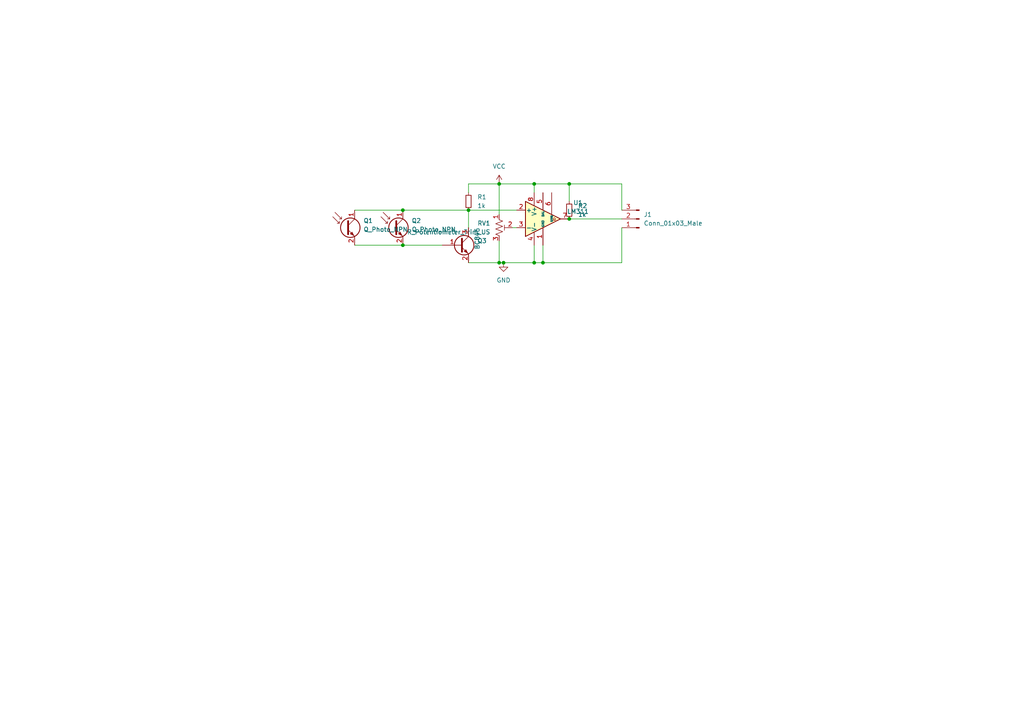
<source format=kicad_sch>
(kicad_sch (version 20211123) (generator eeschema)
  (paper "A4")
  (lib_symbols
    (symbol "Comparator:LM311" (pin_names (offset 0.127))
      (property "Reference" "U" (at 3.81 6.35 0))
      (property "Value" "LM311" (at 3.81 3.81 0))
      (symbol "LM311_0_1"
        (polyline (pts (xy 5.08 0) (xy -5.08 5.08) (xy -5.08 -5.08) (xy 5.08 0)) (stroke (width 0.254)) (fill (type background)))
        (polyline (pts (xy 3.683 -0.381) (xy 3.302 -0.381) (xy 3.683 0) (xy 3.302 0.381) (xy 2.921 0) (xy 3.302 -0.381) (xy 2.921 -0.381)) (stroke (width 0.127)))
      )
      (symbol "LM311_1_1"
        (pin passive line (at 0 -7.62 90) (length 5.08) (name "GND") (number "1"))
        (pin input line (at -7.62 2.54 0) (length 2.54) (name "+") (number "2"))
        (pin input line (at -7.62 -2.54 0) (length 2.54) (name "-") (number "3"))
        (pin power_in line (at -2.54 -7.62 90) (length 3.81) (name "V-") (number "4"))
        (pin input line (at 0 7.62 270) (length 5.08) (name "BAL") (number "5"))
        (pin input line (at 2.54 7.62 270) (length 6.35) (name "STRB") (number "6"))
        (pin open_collector line (at 7.62 0 180) (length 2.54) (name "~") (number "7"))
        (pin power_in line (at -2.54 7.62 270) (length 3.81) (name "V+") (number "8"))
      )
    )
    (symbol "Connector:Conn_01x03_Male" (pin_names (offset 1.016) hide)
      (property "Reference" "J" (at 0 5.08 0))
      (property "Value" "Conn_01x03_Male" (at 0 -5.08 0))
      (symbol "Conn_01x03_Male_1_1"
        (polyline (pts (xy 1.27 -2.54) (xy 0.8636 -2.54)) (stroke (width 0.1524)))
        (polyline (pts (xy 1.27 0) (xy 0.8636 0)) (stroke (width 0.1524)))
        (polyline (pts (xy 1.27 2.54) (xy 0.8636 2.54)) (stroke (width 0.1524)))
        (rectangle (start 0.8636 -2.413) (end 0 -2.667) (stroke (width 0.1524)) (fill (type outline)))
        (rectangle (start 0.8636 0.127) (end 0 -0.127) (stroke (width 0.1524)) (fill (type outline)))
        (rectangle (start 0.8636 2.667) (end 0 2.413) (stroke (width 0.1524)) (fill (type outline)))
        (pin passive line (at 5.08 2.54 180) (length 3.81) (name "Pin_1") (number "1"))
        (pin passive line (at 5.08 0 180) (length 3.81) (name "Pin_2") (number "2"))
        (pin passive line (at 5.08 -2.54 180) (length 3.81) (name "Pin_3") (number "3"))
      )
    )
    (symbol "Device:Q_Photo_NPN" (pin_names (offset 0) hide)
      (property "Reference" "Q" (at 5.08 1.27 0))
      (property "Value" "Q_Photo_NPN" (at 5.08 -1.27 0))
      (symbol "Q_Photo_NPN_0_1"
        (polyline (pts (xy -1.905 1.27) (xy -2.54 1.27)))
        (polyline (pts (xy -1.27 2.54) (xy -1.905 2.54)))
        (polyline (pts (xy 0.635 0.635) (xy 2.54 2.54)))
        (polyline (pts (xy -3.81 3.175) (xy -1.905 1.27) (xy -1.905 1.905)))
        (polyline (pts (xy -3.175 4.445) (xy -1.27 2.54) (xy -1.27 3.175)))
        (polyline (pts (xy 0.635 -0.635) (xy 2.54 -2.54) (xy 2.54 -2.54)))
        (polyline (pts (xy 0.635 1.905) (xy 0.635 -1.905) (xy 0.635 -1.905)) (stroke (width 0.508)))
        (polyline (pts (xy 1.27 -1.778) (xy 1.778 -1.27) (xy 2.286 -2.286) (xy 1.27 -1.778) (xy 1.27 -1.778)) (fill (type outline)))
        (circle (center 1.27 0) (radius 2.8194) (stroke (width 0.254)))
      )
      (symbol "Q_Photo_NPN_1_1"
        (pin passive line (at 2.54 5.08 270) (length 2.54) (name "C") (number "1"))
        (pin passive line (at 2.54 -5.08 90) (length 2.54) (name "E") (number "2"))
      )
    )
    (symbol "Device:R_Potentiometer_Trim_US" (pin_names (offset 1.016) hide)
      (property "Reference" "RV" (at -4.445 0 90))
      (property "Value" "R_Potentiometer_Trim_US" (at -2.54 0 90))
      (symbol "R_Potentiometer_Trim_US_0_1"
        (polyline (pts (xy 0 -2.286) (xy 0 -2.54)))
        (polyline (pts (xy 0 2.286) (xy 0 2.54)))
        (polyline (pts (xy 1.524 0.762) (xy 1.524 -0.762)))
        (polyline (pts (xy 2.54 0) (xy 1.524 0)))
        (polyline (pts (xy 0 -0.762) (xy 1.016 -1.143) (xy 0 -1.524) (xy -1.016 -1.905) (xy 0 -2.286)))
        (polyline (pts (xy 0 0.762) (xy 1.016 0.381) (xy 0 0) (xy -1.016 -0.381) (xy 0 -0.762)))
        (polyline (pts (xy 0 2.286) (xy 1.016 1.905) (xy 0 1.524) (xy -1.016 1.143) (xy 0 0.762)))
      )
      (symbol "R_Potentiometer_Trim_US_1_1"
        (pin passive line (at 0 3.81 270) (length 1.27) (name "1") (number "1"))
        (pin passive line (at 3.81 0 180) (length 1.27) (name "2") (number "2"))
        (pin passive line (at 0 -3.81 90) (length 1.27) (name "3") (number "3"))
      )
    )
    (symbol "Device:R_Small" (pin_numbers hide) (pin_names (offset 0.254) hide)
      (property "Reference" "R" (at 0.762 0.508 0))
      (property "Value" "R_Small" (at 0.762 -1.016 0))
      (symbol "R_Small_0_1"
        (rectangle (start -0.762 1.778) (end 0.762 -1.778) (stroke (width 0.2032)))
      )
      (symbol "R_Small_1_1"
        (pin passive line (at 0 2.54 270) (length 0.762) (name "~") (number "1"))
        (pin passive line (at 0 -2.54 90) (length 0.762) (name "~") (number "2"))
      )
    )
    (symbol "Transistor_BJT:BC846" (pin_names (offset 0) hide)
      (property "Reference" "Q" (at 5.08 1.905 0))
      (property "Value" "BC846" (at 5.08 0 0))
      (symbol "BC846_0_1"
        (polyline (pts (xy 0.635 0.635) (xy 2.54 2.54)))
        (polyline (pts (xy 0.635 -0.635) (xy 2.54 -2.54) (xy 2.54 -2.54)))
        (polyline (pts (xy 0.635 1.905) (xy 0.635 -1.905) (xy 0.635 -1.905)) (stroke (width 0.508)))
        (polyline (pts (xy 1.27 -1.778) (xy 1.778 -1.27) (xy 2.286 -2.286) (xy 1.27 -1.778) (xy 1.27 -1.778)) (fill (type outline)))
        (circle (center 1.27 0) (radius 2.8194) (stroke (width 0.254)))
      )
      (symbol "BC846_1_1"
        (pin input line (at -5.08 0 0) (length 5.715) (name "B") (number "1"))
        (pin passive line (at 2.54 -5.08 90) (length 2.54) (name "E") (number "2"))
        (pin passive line (at 2.54 5.08 270) (length 2.54) (name "C") (number "3"))
      )
    )
    (symbol "power:GND" (power) (pin_names (offset 0))
      (property "Value" "GND" (at 0 -3.81 0))
      (symbol "GND_0_1"
        (polyline (pts (xy 0 0) (xy 0 -1.27) (xy 1.27 -1.27) (xy 0 -2.54) (xy -1.27 -1.27) (xy 0 -1.27)))
      )
      (symbol "GND_1_1"
        (pin power_in line (at 0 0 270) (length 0) hide (name "GND") (number "1"))
      )
    )
    (symbol "power:VCC" (power) (pin_names (offset 0))
      (property "Value" "VCC" (at 0 3.81 0))
      (symbol "VCC_0_1"
        (polyline (pts (xy -0.762 1.27) (xy 0 2.54)))
        (polyline (pts (xy 0 0) (xy 0 2.54)))
        (polyline (pts (xy 0 2.54) (xy 0.762 1.27)))
      )
      (symbol "VCC_1_1"
        (pin power_in line (at 0 0 90) (length 0) hide (name "VCC") (number "1"))
      )
    )
  )
  (junction (at 146.05 76.2))
  (junction (at 154.94 76.2))
  (junction (at 116.84 71.12))
  (junction (at 144.78 53.34))
  (junction (at 144.78 76.2))
  (junction (at 135.89 60.96))
  (junction (at 165.1 53.34))
  (junction (at 116.84 60.96))
  (junction (at 154.94 53.34))
  (junction (at 157.48 76.2))
  (junction (at 165.1 63.5))
  (wire (pts (xy 146.05 76.2) (xy 144.78 76.2)))
  (wire (pts (xy 144.78 69.85) (xy 144.78 76.2)))
  (wire (pts (xy 116.84 71.12) (xy 128.27 71.12)))
  (wire (pts (xy 102.87 71.12) (xy 116.84 71.12)))
  (wire (pts (xy 154.94 71.12) (xy 154.94 76.2)))
  (wire (pts (xy 144.78 53.34) (xy 144.78 62.23)))
  (wire (pts (xy 148.59 66.04) (xy 149.86 66.04)))
  (wire (pts (xy 165.1 63.5) (xy 180.34 63.5)))
  (wire (pts (xy 165.1 58.42) (xy 165.1 53.34)))
  (wire (pts (xy 144.78 53.34) (xy 154.94 53.34)))
  (wire (pts (xy 154.94 53.34) (xy 165.1 53.34)))
  (wire (pts (xy 154.94 55.88) (xy 154.94 53.34)))
  (wire (pts (xy 180.34 53.34) (xy 165.1 53.34)))
  (wire (pts (xy 157.48 71.12) (xy 157.48 76.2)))
  (wire (pts (xy 146.05 76.2) (xy 154.94 76.2)))
  (wire (pts (xy 144.78 76.2) (xy 135.89 76.2)))
  (wire (pts (xy 135.89 53.34) (xy 144.78 53.34)))
  (wire (pts (xy 180.34 66.04) (xy 180.34 76.2)))
  (wire (pts (xy 135.89 66.04) (xy 135.89 60.96)))
  (wire (pts (xy 157.48 76.2) (xy 154.94 76.2)))
  (wire (pts (xy 180.34 60.96) (xy 180.34 53.34)))
  (wire (pts (xy 180.34 76.2) (xy 157.48 76.2)))
  (wire (pts (xy 135.89 60.96) (xy 149.86 60.96)))
  (wire (pts (xy 116.84 60.96) (xy 135.89 60.96)))
  (wire (pts (xy 135.89 53.34) (xy 135.89 55.88)))
  (wire (pts (xy 102.87 60.96) (xy 116.84 60.96)))
  (symbol (lib_id "power:VCC") (at 144.78 53.34 0) (unit 1)
    (property "Reference" "#PWR0101" (effects hide))
    (property "Value" "VCC" (at 144.78 48.26 0))
  )
  (symbol (lib_id "Device:Q_Photo_NPN") (at 100.33 66.04 0) (unit 1)
    (property "Reference" "Q1" (at 105.41 64.0206 0) (effects (justify left)))
    (property "Value" "Q_Photo_NPN" (at 105.41 66.5606 0) (effects (justify left)))
    (property "Footprint" "LED_THT:LED_D5.0mm" (effects hide))
  )
  (symbol (lib_id "Device:R_Potentiometer_Trim_US") (at 144.78 66.04 0) (unit 1)
    (property "Reference" "RV1" (at 142.24 64.7699 0) (effects (justify right)))
    (property "Value" "R_Potentiometer_Trim_US" (at 142.24 67.3099 0) (effects (justify right)))
    (property "Footprint" "Potentiometer_THT:Potentiometer_Vishay_T73XX_Horizontal" (effects hide))
  )
  (symbol (lib_id "Device:R_Small") (at 165.1 60.96 0) (unit 1)
    (property "Reference" "R2" (at 167.64 59.6899 0) (effects (justify left)))
    (property "Value" "1k" (at 167.64 62.2299 0) (effects (justify left)))
    (property "Footprint" "Resistor_SMD:R_1206_3216Metric" (effects hide))
  )
  (symbol (lib_id "Connector:Conn_01x03_Male") (at 185.42 63.5 180) (unit 1)
    (property "Reference" "J1" (at 186.69 62.2299 0) (effects (justify right)))
    (property "Value" "Conn_01x03_Male" (at 186.69 64.7699 0) (effects (justify right)))
    (property "Footprint" "Connector_PinHeader_2.54mm:PinHeader_1x03_P2.54mm_Vertical" (effects hide))
  )
  (symbol (lib_id "Transistor_BJT:BC846") (at 133.35 71.12 0) (unit 1)
    (property "Reference" "Q3" (at 138.43 69.8499 0) (effects (justify left)))
    (property "Value" "BC846" (at 138.43 72.3899 90) (effects (justify left)))
    (property "Footprint" "Package_TO_SOT_SMD:SOT-23" (effects hide))
    (property "Datasheet" "https://assets.nexperia.com/documents/data-sheet/BC846_SER.pdf" (effects hide))
  )
  (symbol (lib_id "power:GND") (at 146.05 76.2 0) (unit 1)
    (property "Reference" "#PWR0102" (effects hide))
    (property "Value" "GND" (at 146.05 81.28 0))
  )
  (symbol (lib_id "Device:Q_Photo_NPN") (at 114.3 66.04 0) (unit 1)
    (property "Reference" "Q2" (at 119.38 64.0206 0) (effects (justify left)))
    (property "Value" "Q_Photo_NPN" (at 119.38 66.5606 0) (effects (justify left)))
    (property "Footprint" "LED_THT:LED_D5.0mm" (effects hide))
  )
  (symbol (lib_id "Comparator:LM311") (at 157.48 63.5 0) (unit 1)
    (property "Reference" "U1" (at 167.64 58.801 0))
    (property "Value" "LM311" (at 167.64 61.341 0))
    (property "Footprint" "Package_SO:SOIC-8_3.9x4.9mm_P1.27mm" (effects hide))
    (property "Datasheet" "https://www.st.com/resource/en/datasheet/lm311.pdf" (effects hide))
  )
  (symbol (lib_id "Device:R_Small") (at 135.89 58.42 0) (unit 1)
    (property "Reference" "R1" (at 138.43 57.1499 0) (effects (justify left)))
    (property "Value" "1k" (at 138.43 59.6899 0) (effects (justify left)))
    (property "Footprint" "Resistor_SMD:R_1206_3216Metric" (effects hide))
  )
)
</source>
